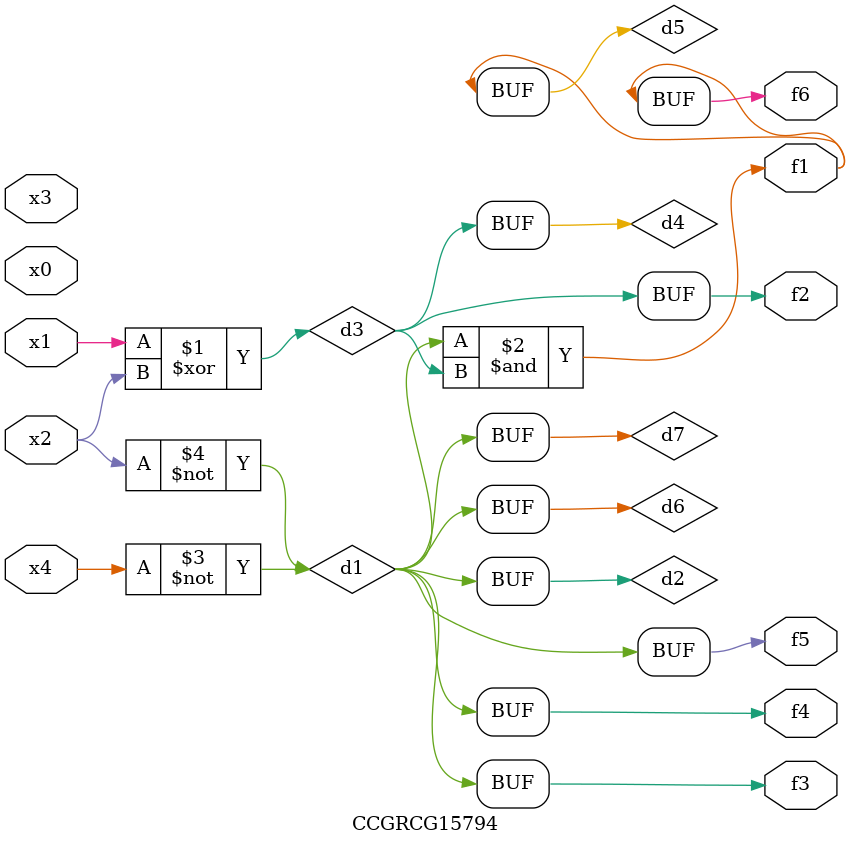
<source format=v>
module CCGRCG15794(
	input x0, x1, x2, x3, x4,
	output f1, f2, f3, f4, f5, f6
);

	wire d1, d2, d3, d4, d5, d6, d7;

	not (d1, x4);
	not (d2, x2);
	xor (d3, x1, x2);
	buf (d4, d3);
	and (d5, d1, d3);
	buf (d6, d1, d2);
	buf (d7, d2);
	assign f1 = d5;
	assign f2 = d4;
	assign f3 = d7;
	assign f4 = d7;
	assign f5 = d7;
	assign f6 = d5;
endmodule

</source>
